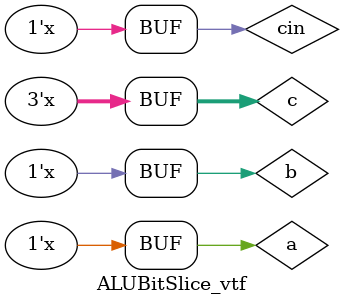
<source format=v>
`timescale 1ns / 1ps


module ALUBitSlice_vtf;

	// Inputs
	reg a, b, cin;
	reg [2:0] c;

	// Outputs
	wire cout, f;
	reg tc_cout, tc_f, error;

	// Instantiate the Unit Under Test (UUT)
	ALUBitSlice uut (
		.a(a), 
		.b(b), 
		.cin(cin), 
		.c(c), 
		.cout(cout), 
		.f(f)
	);

	initial begin
		// Initialize Inputs
		{c, cin, a, b} = 4'b0000;
		tc_cout = 0;
		tc_f = 0;
		error = 0;
		// Wait 100 ns for global reset to finish
		#100;
	end
	
	always
	begin
		#20 {c, cin, a, b} = {c, cin, a, b} + 1; //These together serve as a counter
		case(c[0])
			1'b0: tc_cout = a&b || a&cin || b&cin;
			1'b1: tc_cout = a&~b || a&cin || ~b&cin;
		endcase
		case(c)
			3'b000: tc_f = a+b+cin;
			3'b001: tc_f = a+~b+cin;
			3'b010: tc_f = a|b;// If not add or subtract we do not care about carry out
			3'b011: tc_f = a|~b;
			3'b100: tc_f = a&b;
			3'b101: tc_f = a&~b;
			3'b110: tc_f = ~a;
			3'b111: tc_f = ~b;
		endcase
		
	#1	if(f == tc_f && cout == tc_cout) error=0;
			else error = 1;
	end
endmodule

</source>
